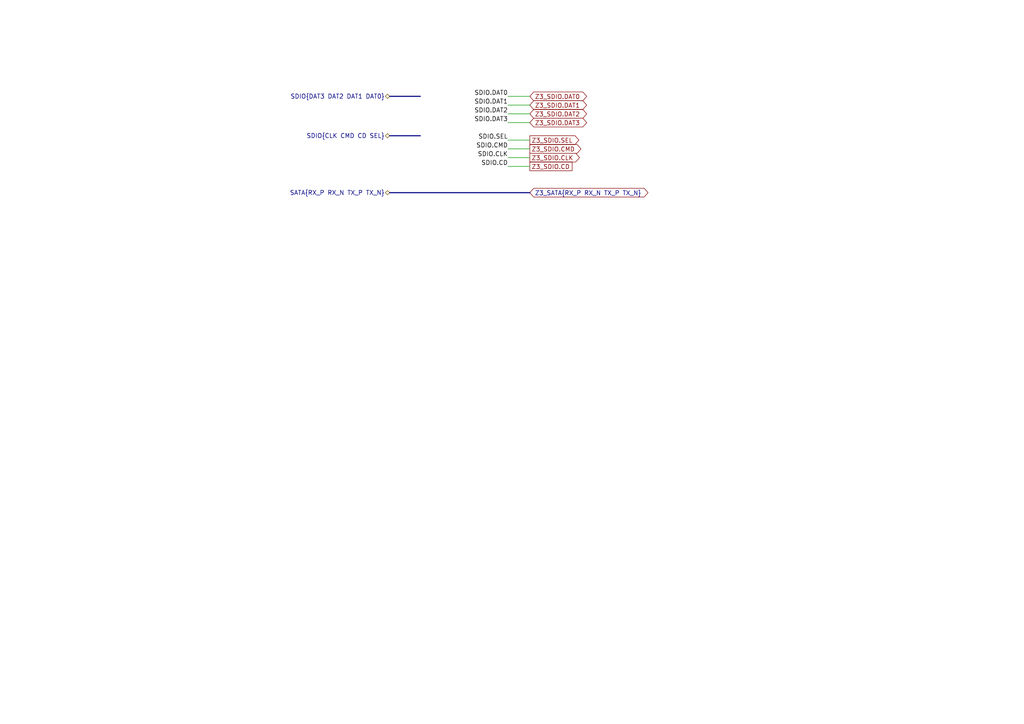
<source format=kicad_sch>
(kicad_sch (version 20211123) (generator eeschema)
  (paper "A4")
  (title_block (title "ATCA Template") (date "2022-08-28") (rev "1.0") (company "Karlsruhe Institute of Technology (KIT)") (comment 1 "Carsten Schmerbeck"))
  (lib_symbols)
  (wire (pts (xy 147.32 40.64) (xy 153.67 40.64)))
  (bus (pts (xy 113.03 39.37) (xy 121.92 39.37)))
  (wire (pts (xy 147.32 45.72) (xy 153.67 45.72)))
  (bus (pts (xy 113.03 55.88) (xy 153.67 55.88)))
  (wire (pts (xy 147.32 48.26) (xy 153.67 48.26)))
  (bus (pts (xy 113.03 27.94) (xy 121.92 27.94)))
  (wire (pts (xy 147.32 35.56) (xy 153.67 35.56)))
  (wire (pts (xy 147.32 43.18) (xy 153.67 43.18)))
  (wire (pts (xy 147.32 33.02) (xy 153.67 33.02)))
  (wire (pts (xy 147.32 27.94) (xy 153.67 27.94)))
  (wire (pts (xy 147.32 30.48) (xy 153.67 30.48)))
  (label "SDIO.CLK" (at 147.32 45.72 180))
  (label "SDIO.DAT3" (at 147.32 35.56 180))
  (label "SDIO.DAT0" (at 147.32 27.94 180))
  (label "SDIO.CD" (at 147.32 48.26 180))
  (label "SDIO.DAT1" (at 147.32 30.48 180))
  (label "SDIO.DAT2" (at 147.32 33.02 180))
  (label "SDIO.CMD" (at 147.32 43.18 180))
  (label "SDIO.SEL" (at 147.32 40.64 180))
  (global_label "Z3_SDIO.CD" (shape passive) (at 153.67 48.26 0) (property "Intersheet References" "${INTERSHEET_REFS}" (effects hide)))
  (global_label "Z3_SDIO.SEL" (shape output) (at 153.67 40.64 0) (property "Intersheet References" "${INTERSHEET_REFS}" (effects hide)))
  (global_label "Z3_SATA{RX_P RX_N TX_P TX_N}" (shape bidirectional) (at 153.67 55.88 0) (property "Intersheet References" "${INTERSHEET_REFS}" (effects hide)))
  (global_label "Z3_SDIO.CLK" (shape output) (at 153.67 45.72 0) (property "Intersheet References" "${INTERSHEET_REFS}" (effects hide)))
  (global_label "Z3_SDIO.DAT1" (shape bidirectional) (at 153.67 30.48 0) (property "Intersheet References" "${INTERSHEET_REFS}" (effects hide)))
  (global_label "Z3_SDIO.CMD" (shape output) (at 153.67 43.18 0) (property "Intersheet References" "${INTERSHEET_REFS}" (effects hide)))
  (global_label "Z3_SDIO.DAT0" (shape bidirectional) (at 153.67 27.94 0) (property "Intersheet References" "${INTERSHEET_REFS}" (effects hide)))
  (global_label "Z3_SDIO.DAT2" (shape bidirectional) (at 153.67 33.02 0) (property "Intersheet References" "${INTERSHEET_REFS}" (effects hide)))
  (global_label "Z3_SDIO.DAT3" (shape bidirectional) (at 153.67 35.56 0) (property "Intersheet References" "${INTERSHEET_REFS}" (effects hide)))
  (hierarchical_label "SDIO{CLK CMD CD SEL}" (shape bidirectional) (at 113.03 39.37 180))
  (hierarchical_label "SDIO{DAT3 DAT2 DAT1 DAT0}" (shape bidirectional) (at 113.03 27.94 180))
  (hierarchical_label "SATA{RX_P RX_N TX_P TX_N}" (shape bidirectional) (at 113.03 55.88 180))
)
</source>
